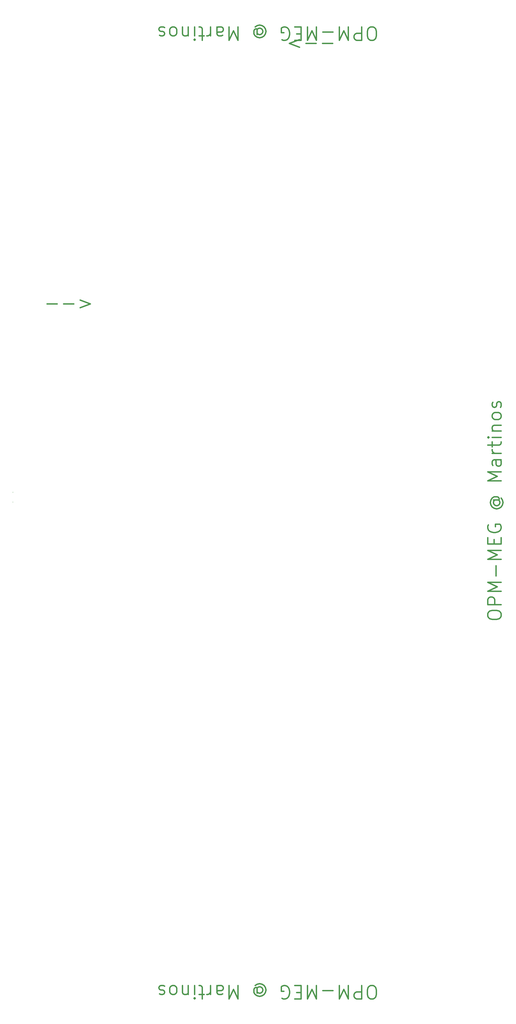
<source format=gbr>
%TF.GenerationSoftware,KiCad,Pcbnew,7.0.1-3b83917a11~172~ubuntu22.04.1*%
%TF.CreationDate,2023-12-10T14:46:01-05:00*%
%TF.ProjectId,coil_template_first,636f696c-5f74-4656-9d70-6c6174655f66,rev?*%
%TF.SameCoordinates,Original*%
%TF.FileFunction,Legend,Top*%
%TF.FilePolarity,Positive*%
%FSLAX46Y46*%
G04 Gerber Fmt 4.6, Leading zero omitted, Abs format (unit mm)*
G04 Created by KiCad (PCBNEW 7.0.1-3b83917a11~172~ubuntu22.04.1) date 2023-12-10 14:46:01*
%MOMM*%
%LPD*%
G01*
G04 APERTURE LIST*
%ADD10C,2.000000*%
%ADD11C,0.150000*%
G04 APERTURE END LIST*
D10*
X541428571Y-52447619D02*
X537619047Y-52447619D01*
X537619047Y-52447619D02*
X535714285Y-51495238D01*
X535714285Y-51495238D02*
X533809523Y-49590476D01*
X533809523Y-49590476D02*
X532857142Y-45780952D01*
X532857142Y-45780952D02*
X532857142Y-39114285D01*
X532857142Y-39114285D02*
X533809523Y-35304761D01*
X533809523Y-35304761D02*
X535714285Y-33400000D01*
X535714285Y-33400000D02*
X537619047Y-32447619D01*
X537619047Y-32447619D02*
X541428571Y-32447619D01*
X541428571Y-32447619D02*
X543333333Y-33400000D01*
X543333333Y-33400000D02*
X545238095Y-35304761D01*
X545238095Y-35304761D02*
X546190476Y-39114285D01*
X546190476Y-39114285D02*
X546190476Y-45780952D01*
X546190476Y-45780952D02*
X545238095Y-49590476D01*
X545238095Y-49590476D02*
X543333333Y-51495238D01*
X543333333Y-51495238D02*
X541428571Y-52447619D01*
X524285714Y-32447619D02*
X524285714Y-52447619D01*
X524285714Y-52447619D02*
X516666666Y-52447619D01*
X516666666Y-52447619D02*
X514761904Y-51495238D01*
X514761904Y-51495238D02*
X513809523Y-50542857D01*
X513809523Y-50542857D02*
X512857142Y-48638095D01*
X512857142Y-48638095D02*
X512857142Y-45780952D01*
X512857142Y-45780952D02*
X513809523Y-43876190D01*
X513809523Y-43876190D02*
X514761904Y-42923809D01*
X514761904Y-42923809D02*
X516666666Y-41971428D01*
X516666666Y-41971428D02*
X524285714Y-41971428D01*
X504285714Y-32447619D02*
X504285714Y-52447619D01*
X504285714Y-52447619D02*
X497619047Y-38161904D01*
X497619047Y-38161904D02*
X490952380Y-52447619D01*
X490952380Y-52447619D02*
X490952380Y-32447619D01*
X481428571Y-40066666D02*
X466190476Y-40066666D01*
X456666666Y-32447619D02*
X456666666Y-52447619D01*
X456666666Y-52447619D02*
X449999999Y-38161904D01*
X449999999Y-38161904D02*
X443333332Y-52447619D01*
X443333332Y-52447619D02*
X443333332Y-32447619D01*
X433809523Y-42923809D02*
X427142856Y-42923809D01*
X424285713Y-32447619D02*
X433809523Y-32447619D01*
X433809523Y-32447619D02*
X433809523Y-52447619D01*
X433809523Y-52447619D02*
X424285713Y-52447619D01*
X405238094Y-51495238D02*
X407142856Y-52447619D01*
X407142856Y-52447619D02*
X409999999Y-52447619D01*
X409999999Y-52447619D02*
X412857142Y-51495238D01*
X412857142Y-51495238D02*
X414761904Y-49590476D01*
X414761904Y-49590476D02*
X415714285Y-47685714D01*
X415714285Y-47685714D02*
X416666666Y-43876190D01*
X416666666Y-43876190D02*
X416666666Y-41019047D01*
X416666666Y-41019047D02*
X415714285Y-37209523D01*
X415714285Y-37209523D02*
X414761904Y-35304761D01*
X414761904Y-35304761D02*
X412857142Y-33400000D01*
X412857142Y-33400000D02*
X409999999Y-32447619D01*
X409999999Y-32447619D02*
X408095237Y-32447619D01*
X408095237Y-32447619D02*
X405238094Y-33400000D01*
X405238094Y-33400000D02*
X404285713Y-34352380D01*
X404285713Y-34352380D02*
X404285713Y-41019047D01*
X404285713Y-41019047D02*
X408095237Y-41019047D01*
X368095237Y-41971428D02*
X369047618Y-42923809D01*
X369047618Y-42923809D02*
X370952380Y-43876190D01*
X370952380Y-43876190D02*
X372857142Y-43876190D01*
X372857142Y-43876190D02*
X374761904Y-42923809D01*
X374761904Y-42923809D02*
X375714285Y-41971428D01*
X375714285Y-41971428D02*
X376666666Y-40066666D01*
X376666666Y-40066666D02*
X376666666Y-38161904D01*
X376666666Y-38161904D02*
X375714285Y-36257142D01*
X375714285Y-36257142D02*
X374761904Y-35304761D01*
X374761904Y-35304761D02*
X372857142Y-34352380D01*
X372857142Y-34352380D02*
X370952380Y-34352380D01*
X370952380Y-34352380D02*
X369047618Y-35304761D01*
X369047618Y-35304761D02*
X368095237Y-36257142D01*
X368095237Y-43876190D02*
X368095237Y-36257142D01*
X368095237Y-36257142D02*
X367142856Y-35304761D01*
X367142856Y-35304761D02*
X366190475Y-35304761D01*
X366190475Y-35304761D02*
X364285714Y-36257142D01*
X364285714Y-36257142D02*
X363333333Y-38161904D01*
X363333333Y-38161904D02*
X363333333Y-42923809D01*
X363333333Y-42923809D02*
X365238095Y-45780952D01*
X365238095Y-45780952D02*
X368095237Y-47685714D01*
X368095237Y-47685714D02*
X371904761Y-48638095D01*
X371904761Y-48638095D02*
X375714285Y-47685714D01*
X375714285Y-47685714D02*
X378571428Y-45780952D01*
X378571428Y-45780952D02*
X380476190Y-42923809D01*
X380476190Y-42923809D02*
X381428571Y-39114285D01*
X381428571Y-39114285D02*
X380476190Y-35304761D01*
X380476190Y-35304761D02*
X378571428Y-32447619D01*
X378571428Y-32447619D02*
X375714285Y-30542857D01*
X375714285Y-30542857D02*
X371904761Y-29590476D01*
X371904761Y-29590476D02*
X368095237Y-30542857D01*
X368095237Y-30542857D02*
X365238095Y-32447619D01*
X339523809Y-32447619D02*
X339523809Y-52447619D01*
X339523809Y-52447619D02*
X332857142Y-38161904D01*
X332857142Y-38161904D02*
X326190475Y-52447619D01*
X326190475Y-52447619D02*
X326190475Y-32447619D01*
X308095237Y-32447619D02*
X308095237Y-42923809D01*
X308095237Y-42923809D02*
X309047618Y-44828571D01*
X309047618Y-44828571D02*
X310952380Y-45780952D01*
X310952380Y-45780952D02*
X314761904Y-45780952D01*
X314761904Y-45780952D02*
X316666666Y-44828571D01*
X308095237Y-33400000D02*
X309999999Y-32447619D01*
X309999999Y-32447619D02*
X314761904Y-32447619D01*
X314761904Y-32447619D02*
X316666666Y-33400000D01*
X316666666Y-33400000D02*
X317619047Y-35304761D01*
X317619047Y-35304761D02*
X317619047Y-37209523D01*
X317619047Y-37209523D02*
X316666666Y-39114285D01*
X316666666Y-39114285D02*
X314761904Y-40066666D01*
X314761904Y-40066666D02*
X309999999Y-40066666D01*
X309999999Y-40066666D02*
X308095237Y-41019047D01*
X298571428Y-32447619D02*
X298571428Y-45780952D01*
X298571428Y-41971428D02*
X297619047Y-43876190D01*
X297619047Y-43876190D02*
X296666666Y-44828571D01*
X296666666Y-44828571D02*
X294761904Y-45780952D01*
X294761904Y-45780952D02*
X292857142Y-45780952D01*
X289047619Y-45780952D02*
X281428571Y-45780952D01*
X286190476Y-52447619D02*
X286190476Y-35304761D01*
X286190476Y-35304761D02*
X285238095Y-33400000D01*
X285238095Y-33400000D02*
X283333333Y-32447619D01*
X283333333Y-32447619D02*
X281428571Y-32447619D01*
X274761905Y-32447619D02*
X274761905Y-45780952D01*
X274761905Y-52447619D02*
X275714286Y-51495238D01*
X275714286Y-51495238D02*
X274761905Y-50542857D01*
X274761905Y-50542857D02*
X273809524Y-51495238D01*
X273809524Y-51495238D02*
X274761905Y-52447619D01*
X274761905Y-52447619D02*
X274761905Y-50542857D01*
X265238095Y-45780952D02*
X265238095Y-32447619D01*
X265238095Y-43876190D02*
X264285714Y-44828571D01*
X264285714Y-44828571D02*
X262380952Y-45780952D01*
X262380952Y-45780952D02*
X259523809Y-45780952D01*
X259523809Y-45780952D02*
X257619047Y-44828571D01*
X257619047Y-44828571D02*
X256666666Y-42923809D01*
X256666666Y-42923809D02*
X256666666Y-32447619D01*
X244285714Y-32447619D02*
X246190476Y-33400000D01*
X246190476Y-33400000D02*
X247142857Y-34352380D01*
X247142857Y-34352380D02*
X248095238Y-36257142D01*
X248095238Y-36257142D02*
X248095238Y-41971428D01*
X248095238Y-41971428D02*
X247142857Y-43876190D01*
X247142857Y-43876190D02*
X246190476Y-44828571D01*
X246190476Y-44828571D02*
X244285714Y-45780952D01*
X244285714Y-45780952D02*
X241428571Y-45780952D01*
X241428571Y-45780952D02*
X239523809Y-44828571D01*
X239523809Y-44828571D02*
X238571428Y-43876190D01*
X238571428Y-43876190D02*
X237619047Y-41971428D01*
X237619047Y-41971428D02*
X237619047Y-36257142D01*
X237619047Y-36257142D02*
X238571428Y-34352380D01*
X238571428Y-34352380D02*
X239523809Y-33400000D01*
X239523809Y-33400000D02*
X241428571Y-32447619D01*
X241428571Y-32447619D02*
X244285714Y-32447619D01*
X230000000Y-33400000D02*
X228095238Y-32447619D01*
X228095238Y-32447619D02*
X224285714Y-32447619D01*
X224285714Y-32447619D02*
X222380952Y-33400000D01*
X222380952Y-33400000D02*
X221428571Y-35304761D01*
X221428571Y-35304761D02*
X221428571Y-36257142D01*
X221428571Y-36257142D02*
X222380952Y-38161904D01*
X222380952Y-38161904D02*
X224285714Y-39114285D01*
X224285714Y-39114285D02*
X227142857Y-39114285D01*
X227142857Y-39114285D02*
X229047619Y-40066666D01*
X229047619Y-40066666D02*
X230000000Y-41971428D01*
X230000000Y-41971428D02*
X230000000Y-42923809D01*
X230000000Y-42923809D02*
X229047619Y-44828571D01*
X229047619Y-44828571D02*
X227142857Y-45780952D01*
X227142857Y-45780952D02*
X224285714Y-45780952D01*
X224285714Y-45780952D02*
X222380952Y-44828571D01*
X712552380Y-911428571D02*
X712552380Y-907619047D01*
X712552380Y-907619047D02*
X713504761Y-905714285D01*
X713504761Y-905714285D02*
X715409523Y-903809523D01*
X715409523Y-903809523D02*
X719219047Y-902857142D01*
X719219047Y-902857142D02*
X725885714Y-902857142D01*
X725885714Y-902857142D02*
X729695238Y-903809523D01*
X729695238Y-903809523D02*
X731600000Y-905714285D01*
X731600000Y-905714285D02*
X732552380Y-907619047D01*
X732552380Y-907619047D02*
X732552380Y-911428571D01*
X732552380Y-911428571D02*
X731600000Y-913333333D01*
X731600000Y-913333333D02*
X729695238Y-915238095D01*
X729695238Y-915238095D02*
X725885714Y-916190476D01*
X725885714Y-916190476D02*
X719219047Y-916190476D01*
X719219047Y-916190476D02*
X715409523Y-915238095D01*
X715409523Y-915238095D02*
X713504761Y-913333333D01*
X713504761Y-913333333D02*
X712552380Y-911428571D01*
X732552380Y-894285714D02*
X712552380Y-894285714D01*
X712552380Y-894285714D02*
X712552380Y-886666666D01*
X712552380Y-886666666D02*
X713504761Y-884761904D01*
X713504761Y-884761904D02*
X714457142Y-883809523D01*
X714457142Y-883809523D02*
X716361904Y-882857142D01*
X716361904Y-882857142D02*
X719219047Y-882857142D01*
X719219047Y-882857142D02*
X721123809Y-883809523D01*
X721123809Y-883809523D02*
X722076190Y-884761904D01*
X722076190Y-884761904D02*
X723028571Y-886666666D01*
X723028571Y-886666666D02*
X723028571Y-894285714D01*
X732552380Y-874285714D02*
X712552380Y-874285714D01*
X712552380Y-874285714D02*
X726838095Y-867619047D01*
X726838095Y-867619047D02*
X712552380Y-860952380D01*
X712552380Y-860952380D02*
X732552380Y-860952380D01*
X724933333Y-851428571D02*
X724933333Y-836190476D01*
X732552380Y-826666666D02*
X712552380Y-826666666D01*
X712552380Y-826666666D02*
X726838095Y-819999999D01*
X726838095Y-819999999D02*
X712552380Y-813333332D01*
X712552380Y-813333332D02*
X732552380Y-813333332D01*
X722076190Y-803809523D02*
X722076190Y-797142856D01*
X732552380Y-794285713D02*
X732552380Y-803809523D01*
X732552380Y-803809523D02*
X712552380Y-803809523D01*
X712552380Y-803809523D02*
X712552380Y-794285713D01*
X713504761Y-775238094D02*
X712552380Y-777142856D01*
X712552380Y-777142856D02*
X712552380Y-779999999D01*
X712552380Y-779999999D02*
X713504761Y-782857142D01*
X713504761Y-782857142D02*
X715409523Y-784761904D01*
X715409523Y-784761904D02*
X717314285Y-785714285D01*
X717314285Y-785714285D02*
X721123809Y-786666666D01*
X721123809Y-786666666D02*
X723980952Y-786666666D01*
X723980952Y-786666666D02*
X727790476Y-785714285D01*
X727790476Y-785714285D02*
X729695238Y-784761904D01*
X729695238Y-784761904D02*
X731600000Y-782857142D01*
X731600000Y-782857142D02*
X732552380Y-779999999D01*
X732552380Y-779999999D02*
X732552380Y-778095237D01*
X732552380Y-778095237D02*
X731600000Y-775238094D01*
X731600000Y-775238094D02*
X730647619Y-774285713D01*
X730647619Y-774285713D02*
X723980952Y-774285713D01*
X723980952Y-774285713D02*
X723980952Y-778095237D01*
X723028571Y-738095237D02*
X722076190Y-739047618D01*
X722076190Y-739047618D02*
X721123809Y-740952380D01*
X721123809Y-740952380D02*
X721123809Y-742857142D01*
X721123809Y-742857142D02*
X722076190Y-744761904D01*
X722076190Y-744761904D02*
X723028571Y-745714285D01*
X723028571Y-745714285D02*
X724933333Y-746666666D01*
X724933333Y-746666666D02*
X726838095Y-746666666D01*
X726838095Y-746666666D02*
X728742857Y-745714285D01*
X728742857Y-745714285D02*
X729695238Y-744761904D01*
X729695238Y-744761904D02*
X730647619Y-742857142D01*
X730647619Y-742857142D02*
X730647619Y-740952380D01*
X730647619Y-740952380D02*
X729695238Y-739047618D01*
X729695238Y-739047618D02*
X728742857Y-738095237D01*
X721123809Y-738095237D02*
X728742857Y-738095237D01*
X728742857Y-738095237D02*
X729695238Y-737142856D01*
X729695238Y-737142856D02*
X729695238Y-736190475D01*
X729695238Y-736190475D02*
X728742857Y-734285714D01*
X728742857Y-734285714D02*
X726838095Y-733333333D01*
X726838095Y-733333333D02*
X722076190Y-733333333D01*
X722076190Y-733333333D02*
X719219047Y-735238095D01*
X719219047Y-735238095D02*
X717314285Y-738095237D01*
X717314285Y-738095237D02*
X716361904Y-741904761D01*
X716361904Y-741904761D02*
X717314285Y-745714285D01*
X717314285Y-745714285D02*
X719219047Y-748571428D01*
X719219047Y-748571428D02*
X722076190Y-750476190D01*
X722076190Y-750476190D02*
X725885714Y-751428571D01*
X725885714Y-751428571D02*
X729695238Y-750476190D01*
X729695238Y-750476190D02*
X732552380Y-748571428D01*
X732552380Y-748571428D02*
X734457142Y-745714285D01*
X734457142Y-745714285D02*
X735409523Y-741904761D01*
X735409523Y-741904761D02*
X734457142Y-738095237D01*
X734457142Y-738095237D02*
X732552380Y-735238095D01*
X732552380Y-709523809D02*
X712552380Y-709523809D01*
X712552380Y-709523809D02*
X726838095Y-702857142D01*
X726838095Y-702857142D02*
X712552380Y-696190475D01*
X712552380Y-696190475D02*
X732552380Y-696190475D01*
X732552380Y-678095237D02*
X722076190Y-678095237D01*
X722076190Y-678095237D02*
X720171428Y-679047618D01*
X720171428Y-679047618D02*
X719219047Y-680952380D01*
X719219047Y-680952380D02*
X719219047Y-684761904D01*
X719219047Y-684761904D02*
X720171428Y-686666666D01*
X731600000Y-678095237D02*
X732552380Y-679999999D01*
X732552380Y-679999999D02*
X732552380Y-684761904D01*
X732552380Y-684761904D02*
X731600000Y-686666666D01*
X731600000Y-686666666D02*
X729695238Y-687619047D01*
X729695238Y-687619047D02*
X727790476Y-687619047D01*
X727790476Y-687619047D02*
X725885714Y-686666666D01*
X725885714Y-686666666D02*
X724933333Y-684761904D01*
X724933333Y-684761904D02*
X724933333Y-679999999D01*
X724933333Y-679999999D02*
X723980952Y-678095237D01*
X732552380Y-668571428D02*
X719219047Y-668571428D01*
X723028571Y-668571428D02*
X721123809Y-667619047D01*
X721123809Y-667619047D02*
X720171428Y-666666666D01*
X720171428Y-666666666D02*
X719219047Y-664761904D01*
X719219047Y-664761904D02*
X719219047Y-662857142D01*
X719219047Y-659047619D02*
X719219047Y-651428571D01*
X712552380Y-656190476D02*
X729695238Y-656190476D01*
X729695238Y-656190476D02*
X731600000Y-655238095D01*
X731600000Y-655238095D02*
X732552380Y-653333333D01*
X732552380Y-653333333D02*
X732552380Y-651428571D01*
X732552380Y-644761905D02*
X719219047Y-644761905D01*
X712552380Y-644761905D02*
X713504761Y-645714286D01*
X713504761Y-645714286D02*
X714457142Y-644761905D01*
X714457142Y-644761905D02*
X713504761Y-643809524D01*
X713504761Y-643809524D02*
X712552380Y-644761905D01*
X712552380Y-644761905D02*
X714457142Y-644761905D01*
X719219047Y-635238095D02*
X732552380Y-635238095D01*
X721123809Y-635238095D02*
X720171428Y-634285714D01*
X720171428Y-634285714D02*
X719219047Y-632380952D01*
X719219047Y-632380952D02*
X719219047Y-629523809D01*
X719219047Y-629523809D02*
X720171428Y-627619047D01*
X720171428Y-627619047D02*
X722076190Y-626666666D01*
X722076190Y-626666666D02*
X732552380Y-626666666D01*
X732552380Y-614285714D02*
X731600000Y-616190476D01*
X731600000Y-616190476D02*
X730647619Y-617142857D01*
X730647619Y-617142857D02*
X728742857Y-618095238D01*
X728742857Y-618095238D02*
X723028571Y-618095238D01*
X723028571Y-618095238D02*
X721123809Y-617142857D01*
X721123809Y-617142857D02*
X720171428Y-616190476D01*
X720171428Y-616190476D02*
X719219047Y-614285714D01*
X719219047Y-614285714D02*
X719219047Y-611428571D01*
X719219047Y-611428571D02*
X720171428Y-609523809D01*
X720171428Y-609523809D02*
X721123809Y-608571428D01*
X721123809Y-608571428D02*
X723028571Y-607619047D01*
X723028571Y-607619047D02*
X728742857Y-607619047D01*
X728742857Y-607619047D02*
X730647619Y-608571428D01*
X730647619Y-608571428D02*
X731600000Y-609523809D01*
X731600000Y-609523809D02*
X732552380Y-611428571D01*
X732552380Y-611428571D02*
X732552380Y-614285714D01*
X731600000Y-600000000D02*
X732552380Y-598095238D01*
X732552380Y-598095238D02*
X732552380Y-594285714D01*
X732552380Y-594285714D02*
X731600000Y-592380952D01*
X731600000Y-592380952D02*
X729695238Y-591428571D01*
X729695238Y-591428571D02*
X728742857Y-591428571D01*
X728742857Y-591428571D02*
X726838095Y-592380952D01*
X726838095Y-592380952D02*
X725885714Y-594285714D01*
X725885714Y-594285714D02*
X725885714Y-597142857D01*
X725885714Y-597142857D02*
X724933333Y-599047619D01*
X724933333Y-599047619D02*
X723028571Y-600000000D01*
X723028571Y-600000000D02*
X722076190Y-600000000D01*
X722076190Y-600000000D02*
X720171428Y-599047619D01*
X720171428Y-599047619D02*
X719219047Y-597142857D01*
X719219047Y-597142857D02*
X719219047Y-594285714D01*
X719219047Y-594285714D02*
X720171428Y-592380952D01*
X54343281Y-445642793D02*
X69581377Y-445642793D01*
X79105186Y-445642793D02*
X94343282Y-445642793D01*
X103867091Y-439928507D02*
X119105187Y-445642793D01*
X119105187Y-445642793D02*
X103867091Y-451357079D01*
X541428571Y-1482447619D02*
X537619047Y-1482447619D01*
X537619047Y-1482447619D02*
X535714285Y-1481495238D01*
X535714285Y-1481495238D02*
X533809523Y-1479590476D01*
X533809523Y-1479590476D02*
X532857142Y-1475780952D01*
X532857142Y-1475780952D02*
X532857142Y-1469114285D01*
X532857142Y-1469114285D02*
X533809523Y-1465304761D01*
X533809523Y-1465304761D02*
X535714285Y-1463400000D01*
X535714285Y-1463400000D02*
X537619047Y-1462447619D01*
X537619047Y-1462447619D02*
X541428571Y-1462447619D01*
X541428571Y-1462447619D02*
X543333333Y-1463400000D01*
X543333333Y-1463400000D02*
X545238095Y-1465304761D01*
X545238095Y-1465304761D02*
X546190476Y-1469114285D01*
X546190476Y-1469114285D02*
X546190476Y-1475780952D01*
X546190476Y-1475780952D02*
X545238095Y-1479590476D01*
X545238095Y-1479590476D02*
X543333333Y-1481495238D01*
X543333333Y-1481495238D02*
X541428571Y-1482447619D01*
X524285714Y-1462447619D02*
X524285714Y-1482447619D01*
X524285714Y-1482447619D02*
X516666666Y-1482447619D01*
X516666666Y-1482447619D02*
X514761904Y-1481495238D01*
X514761904Y-1481495238D02*
X513809523Y-1480542857D01*
X513809523Y-1480542857D02*
X512857142Y-1478638095D01*
X512857142Y-1478638095D02*
X512857142Y-1475780952D01*
X512857142Y-1475780952D02*
X513809523Y-1473876190D01*
X513809523Y-1473876190D02*
X514761904Y-1472923809D01*
X514761904Y-1472923809D02*
X516666666Y-1471971428D01*
X516666666Y-1471971428D02*
X524285714Y-1471971428D01*
X504285714Y-1462447619D02*
X504285714Y-1482447619D01*
X504285714Y-1482447619D02*
X497619047Y-1468161904D01*
X497619047Y-1468161904D02*
X490952380Y-1482447619D01*
X490952380Y-1482447619D02*
X490952380Y-1462447619D01*
X481428571Y-1470066666D02*
X466190476Y-1470066666D01*
X456666666Y-1462447619D02*
X456666666Y-1482447619D01*
X456666666Y-1482447619D02*
X449999999Y-1468161904D01*
X449999999Y-1468161904D02*
X443333332Y-1482447619D01*
X443333332Y-1482447619D02*
X443333332Y-1462447619D01*
X433809523Y-1472923809D02*
X427142856Y-1472923809D01*
X424285713Y-1462447619D02*
X433809523Y-1462447619D01*
X433809523Y-1462447619D02*
X433809523Y-1482447619D01*
X433809523Y-1482447619D02*
X424285713Y-1482447619D01*
X405238094Y-1481495238D02*
X407142856Y-1482447619D01*
X407142856Y-1482447619D02*
X409999999Y-1482447619D01*
X409999999Y-1482447619D02*
X412857142Y-1481495238D01*
X412857142Y-1481495238D02*
X414761904Y-1479590476D01*
X414761904Y-1479590476D02*
X415714285Y-1477685714D01*
X415714285Y-1477685714D02*
X416666666Y-1473876190D01*
X416666666Y-1473876190D02*
X416666666Y-1471019047D01*
X416666666Y-1471019047D02*
X415714285Y-1467209523D01*
X415714285Y-1467209523D02*
X414761904Y-1465304761D01*
X414761904Y-1465304761D02*
X412857142Y-1463400000D01*
X412857142Y-1463400000D02*
X409999999Y-1462447619D01*
X409999999Y-1462447619D02*
X408095237Y-1462447619D01*
X408095237Y-1462447619D02*
X405238094Y-1463400000D01*
X405238094Y-1463400000D02*
X404285713Y-1464352380D01*
X404285713Y-1464352380D02*
X404285713Y-1471019047D01*
X404285713Y-1471019047D02*
X408095237Y-1471019047D01*
X368095237Y-1471971428D02*
X369047618Y-1472923809D01*
X369047618Y-1472923809D02*
X370952380Y-1473876190D01*
X370952380Y-1473876190D02*
X372857142Y-1473876190D01*
X372857142Y-1473876190D02*
X374761904Y-1472923809D01*
X374761904Y-1472923809D02*
X375714285Y-1471971428D01*
X375714285Y-1471971428D02*
X376666666Y-1470066666D01*
X376666666Y-1470066666D02*
X376666666Y-1468161904D01*
X376666666Y-1468161904D02*
X375714285Y-1466257142D01*
X375714285Y-1466257142D02*
X374761904Y-1465304761D01*
X374761904Y-1465304761D02*
X372857142Y-1464352380D01*
X372857142Y-1464352380D02*
X370952380Y-1464352380D01*
X370952380Y-1464352380D02*
X369047618Y-1465304761D01*
X369047618Y-1465304761D02*
X368095237Y-1466257142D01*
X368095237Y-1473876190D02*
X368095237Y-1466257142D01*
X368095237Y-1466257142D02*
X367142856Y-1465304761D01*
X367142856Y-1465304761D02*
X366190475Y-1465304761D01*
X366190475Y-1465304761D02*
X364285714Y-1466257142D01*
X364285714Y-1466257142D02*
X363333333Y-1468161904D01*
X363333333Y-1468161904D02*
X363333333Y-1472923809D01*
X363333333Y-1472923809D02*
X365238095Y-1475780952D01*
X365238095Y-1475780952D02*
X368095237Y-1477685714D01*
X368095237Y-1477685714D02*
X371904761Y-1478638095D01*
X371904761Y-1478638095D02*
X375714285Y-1477685714D01*
X375714285Y-1477685714D02*
X378571428Y-1475780952D01*
X378571428Y-1475780952D02*
X380476190Y-1472923809D01*
X380476190Y-1472923809D02*
X381428571Y-1469114285D01*
X381428571Y-1469114285D02*
X380476190Y-1465304761D01*
X380476190Y-1465304761D02*
X378571428Y-1462447619D01*
X378571428Y-1462447619D02*
X375714285Y-1460542857D01*
X375714285Y-1460542857D02*
X371904761Y-1459590476D01*
X371904761Y-1459590476D02*
X368095237Y-1460542857D01*
X368095237Y-1460542857D02*
X365238095Y-1462447619D01*
X339523809Y-1462447619D02*
X339523809Y-1482447619D01*
X339523809Y-1482447619D02*
X332857142Y-1468161904D01*
X332857142Y-1468161904D02*
X326190475Y-1482447619D01*
X326190475Y-1482447619D02*
X326190475Y-1462447619D01*
X308095237Y-1462447619D02*
X308095237Y-1472923809D01*
X308095237Y-1472923809D02*
X309047618Y-1474828571D01*
X309047618Y-1474828571D02*
X310952380Y-1475780952D01*
X310952380Y-1475780952D02*
X314761904Y-1475780952D01*
X314761904Y-1475780952D02*
X316666666Y-1474828571D01*
X308095237Y-1463400000D02*
X309999999Y-1462447619D01*
X309999999Y-1462447619D02*
X314761904Y-1462447619D01*
X314761904Y-1462447619D02*
X316666666Y-1463400000D01*
X316666666Y-1463400000D02*
X317619047Y-1465304761D01*
X317619047Y-1465304761D02*
X317619047Y-1467209523D01*
X317619047Y-1467209523D02*
X316666666Y-1469114285D01*
X316666666Y-1469114285D02*
X314761904Y-1470066666D01*
X314761904Y-1470066666D02*
X309999999Y-1470066666D01*
X309999999Y-1470066666D02*
X308095237Y-1471019047D01*
X298571428Y-1462447619D02*
X298571428Y-1475780952D01*
X298571428Y-1471971428D02*
X297619047Y-1473876190D01*
X297619047Y-1473876190D02*
X296666666Y-1474828571D01*
X296666666Y-1474828571D02*
X294761904Y-1475780952D01*
X294761904Y-1475780952D02*
X292857142Y-1475780952D01*
X289047619Y-1475780952D02*
X281428571Y-1475780952D01*
X286190476Y-1482447619D02*
X286190476Y-1465304761D01*
X286190476Y-1465304761D02*
X285238095Y-1463400000D01*
X285238095Y-1463400000D02*
X283333333Y-1462447619D01*
X283333333Y-1462447619D02*
X281428571Y-1462447619D01*
X274761905Y-1462447619D02*
X274761905Y-1475780952D01*
X274761905Y-1482447619D02*
X275714286Y-1481495238D01*
X275714286Y-1481495238D02*
X274761905Y-1480542857D01*
X274761905Y-1480542857D02*
X273809524Y-1481495238D01*
X273809524Y-1481495238D02*
X274761905Y-1482447619D01*
X274761905Y-1482447619D02*
X274761905Y-1480542857D01*
X265238095Y-1475780952D02*
X265238095Y-1462447619D01*
X265238095Y-1473876190D02*
X264285714Y-1474828571D01*
X264285714Y-1474828571D02*
X262380952Y-1475780952D01*
X262380952Y-1475780952D02*
X259523809Y-1475780952D01*
X259523809Y-1475780952D02*
X257619047Y-1474828571D01*
X257619047Y-1474828571D02*
X256666666Y-1472923809D01*
X256666666Y-1472923809D02*
X256666666Y-1462447619D01*
X244285714Y-1462447619D02*
X246190476Y-1463400000D01*
X246190476Y-1463400000D02*
X247142857Y-1464352380D01*
X247142857Y-1464352380D02*
X248095238Y-1466257142D01*
X248095238Y-1466257142D02*
X248095238Y-1471971428D01*
X248095238Y-1471971428D02*
X247142857Y-1473876190D01*
X247142857Y-1473876190D02*
X246190476Y-1474828571D01*
X246190476Y-1474828571D02*
X244285714Y-1475780952D01*
X244285714Y-1475780952D02*
X241428571Y-1475780952D01*
X241428571Y-1475780952D02*
X239523809Y-1474828571D01*
X239523809Y-1474828571D02*
X238571428Y-1473876190D01*
X238571428Y-1473876190D02*
X237619047Y-1471971428D01*
X237619047Y-1471971428D02*
X237619047Y-1466257142D01*
X237619047Y-1466257142D02*
X238571428Y-1464352380D01*
X238571428Y-1464352380D02*
X239523809Y-1463400000D01*
X239523809Y-1463400000D02*
X241428571Y-1462447619D01*
X241428571Y-1462447619D02*
X244285714Y-1462447619D01*
X230000000Y-1463400000D02*
X228095238Y-1462447619D01*
X228095238Y-1462447619D02*
X224285714Y-1462447619D01*
X224285714Y-1462447619D02*
X222380952Y-1463400000D01*
X222380952Y-1463400000D02*
X221428571Y-1465304761D01*
X221428571Y-1465304761D02*
X221428571Y-1466257142D01*
X221428571Y-1466257142D02*
X222380952Y-1468161904D01*
X222380952Y-1468161904D02*
X224285714Y-1469114285D01*
X224285714Y-1469114285D02*
X227142857Y-1469114285D01*
X227142857Y-1469114285D02*
X229047619Y-1470066666D01*
X229047619Y-1470066666D02*
X230000000Y-1471971428D01*
X230000000Y-1471971428D02*
X230000000Y-1472923809D01*
X230000000Y-1472923809D02*
X229047619Y-1474828571D01*
X229047619Y-1474828571D02*
X227142857Y-1475780952D01*
X227142857Y-1475780952D02*
X224285714Y-1475780952D01*
X224285714Y-1475780952D02*
X222380952Y-1474828571D01*
X481037527Y-57049106D02*
X465799432Y-57049106D01*
X456275622Y-57049106D02*
X441037527Y-57049106D01*
X431513717Y-62763392D02*
X416275622Y-57049106D01*
X416275622Y-57049106D02*
X431513717Y-51334820D01*
D11*
%TO.C,J2*%
X2916666Y-726083619D02*
X2916666Y-726797904D01*
X2916666Y-726797904D02*
X2869047Y-726940761D01*
X2869047Y-726940761D02*
X2773809Y-727036000D01*
X2773809Y-727036000D02*
X2630952Y-727083619D01*
X2630952Y-727083619D02*
X2535714Y-727083619D01*
X3345238Y-726178857D02*
X3392857Y-726131238D01*
X3392857Y-726131238D02*
X3488095Y-726083619D01*
X3488095Y-726083619D02*
X3726190Y-726083619D01*
X3726190Y-726083619D02*
X3821428Y-726131238D01*
X3821428Y-726131238D02*
X3869047Y-726178857D01*
X3869047Y-726178857D02*
X3916666Y-726274095D01*
X3916666Y-726274095D02*
X3916666Y-726369333D01*
X3916666Y-726369333D02*
X3869047Y-726512190D01*
X3869047Y-726512190D02*
X3297619Y-727083619D01*
X3297619Y-727083619D02*
X3916666Y-727083619D01*
%TO.C,J1*%
X2916666Y-740675174D02*
X2916666Y-741389459D01*
X2916666Y-741389459D02*
X2869047Y-741532316D01*
X2869047Y-741532316D02*
X2773809Y-741627555D01*
X2773809Y-741627555D02*
X2630952Y-741675174D01*
X2630952Y-741675174D02*
X2535714Y-741675174D01*
X3916666Y-741675174D02*
X3345238Y-741675174D01*
X3630952Y-741675174D02*
X3630952Y-740675174D01*
X3630952Y-740675174D02*
X3535714Y-740818031D01*
X3535714Y-740818031D02*
X3440476Y-740913269D01*
X3440476Y-740913269D02*
X3345238Y-740960888D01*
%TD*%
M02*

</source>
